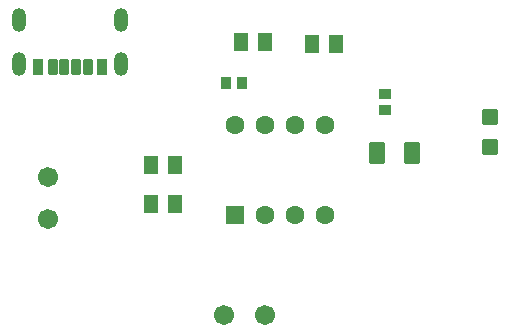
<source format=gts>
G04 Layer: TopSolderMaskLayer*
G04 EasyEDA Pro v2.2.43.4, 2025-11-30 18:38:01*
G04 Gerber Generator version 0.3*
G04 Scale: 100 percent, Rotated: No, Reflected: No*
G04 Dimensions in millimeters*
G04 Leading zeros omitted, absolute positions, 4 integers and 5 decimals*
G04 Generated by custom config*
%FSLAX45Y45*%
%MOMM*%
%AMRoundRect*1,1,$1,$2,$3*1,1,$1,$4,$5*1,1,$1,0-$2,0-$3*1,1,$1,0-$4,0-$5*20,1,$1,$2,$3,$4,$5,0*20,1,$1,$4,$5,0-$2,0-$3,0*20,1,$1,0-$2,0-$3,0-$4,0-$5,0*20,1,$1,0-$4,0-$5,$2,$3,0*4,1,4,$2,$3,$4,$5,0-$2,0-$3,0-$4,0-$5,$2,$3,0*%
%ADD10RoundRect,0.09131X-0.40514X0.45514X0.40514X0.45514*%
%ADD11C,1.7016*%
%ADD12RoundRect,0.09131X-0.45514X-0.40514X-0.45514X0.40514*%
%ADD13RoundRect,0.0943X-0.60944X-0.60944X-0.60944X0.60944*%
%ADD14RoundRect,0.09428X-0.60742X0.85416X0.60742X0.85416*%
%ADD15RoundRect,0.1092X-0.75303X0.75303X0.75303X0.75303*%
%ADD16RoundRect,0.09554X-0.75303X0.75303X0.75303X0.75303*%
%ADD17C,1.6016*%
%ADD18RoundRect,0.09131X-0.40514X0.60514X0.40514X0.60514*%
%ADD19RoundRect,0.09017X-0.35571X0.60571X0.35571X0.60571*%
%ADD20O,1.2016X2.0016*%
%ADD21RoundRect,0.09387X-0.57013X0.69237X0.57013X0.69237*%
G75*


G04 Pad Start*
G54D10*
G01X2241702Y-1054100D03*
G01X2101698Y-1054100D03*
G54D11*
G01X2435596Y-3022603D03*
G01X2085584Y-3022603D03*
G54D12*
G01X3454400Y-1149198D03*
G01X3454400Y-1289202D03*
G54D13*
G01X4343400Y-1600200D03*
G01X4343400Y-1346200D03*
G54D14*
G01X3382721Y-1651000D03*
G01X3678479Y-1651000D03*
G54D16*
G01X2184400Y-2171700D03*
G54D17*
G01X2438400Y-2171700D03*
G01X2692400Y-2171700D03*
G01X2946400Y-2171700D03*
G01X2184400Y-1409700D03*
G01X2438400Y-1409700D03*
G01X2692400Y-1409700D03*
G01X2946400Y-1409700D03*
G54D18*
G01X1057389Y-926401D03*
G54D19*
G01X937400Y-926401D03*
G01X837400Y-926401D03*
G01X737400Y-926401D03*
G01X637400Y-926401D03*
G54D18*
G01X517411Y-926401D03*
G54D20*
G01X355410Y-521398D03*
G01X1219391Y-521398D03*
G01X355410Y-901408D03*
G01X1219391Y-901408D03*
G54D11*
G01X596903Y-1857004D03*
G01X596903Y-2207016D03*
G54D21*
G01X2436800Y-711200D03*
G01X2236800Y-711200D03*
G01X2833700Y-723900D03*
G01X3033700Y-723900D03*
G01X1674800Y-1752600D03*
G01X1474800Y-1752600D03*
G01X1674800Y-2082800D03*
G01X1474800Y-2082800D03*
G04 Pad End*

M02*


</source>
